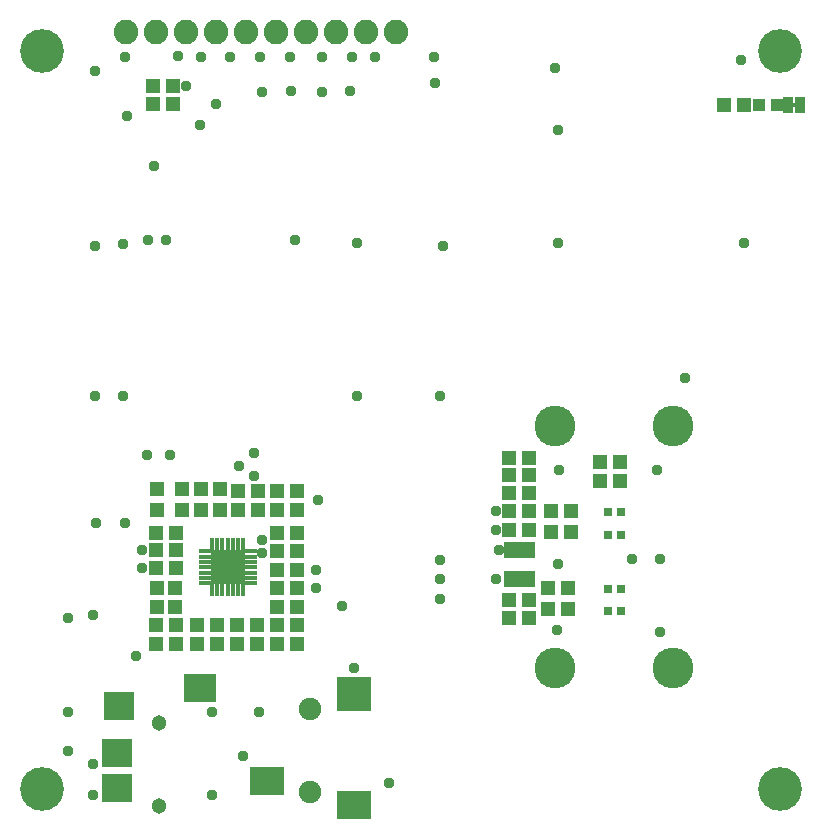
<source format=gbr>
G04 EAGLE Gerber RS-274X export*
G75*
%MOMM*%
%FSLAX34Y34*%
%LPD*%
%INSoldermask Top*%
%IPPOS*%
%AMOC8*
5,1,8,0,0,1.08239X$1,22.5*%
G01*
%ADD10C,3.703200*%
%ADD11C,3.453200*%
%ADD12R,1.303200X1.203200*%
%ADD13R,1.003200X1.003200*%
%ADD14R,0.838200X1.473200*%
%ADD15C,2.082800*%
%ADD16R,0.803200X0.743200*%
%ADD17R,0.453200X1.003200*%
%ADD18R,1.003200X0.453200*%
%ADD19R,2.903200X2.903200*%
%ADD20R,1.203200X1.303200*%
%ADD21C,1.903200*%
%ADD22R,3.003200X2.403200*%
%ADD23R,3.003200X3.003200*%
%ADD24R,1.203200X1.223200*%
%ADD25R,0.653200X1.403200*%
%ADD26R,2.503200X2.403200*%
%ADD27R,2.703200X2.403200*%
%ADD28C,1.303200*%
%ADD29C,0.959600*%

G36*
X676970Y614607D02*
X676970Y614607D01*
X677036Y614609D01*
X677079Y614627D01*
X677126Y614635D01*
X677183Y614669D01*
X677243Y614694D01*
X677278Y614725D01*
X677319Y614750D01*
X677361Y614801D01*
X677409Y614845D01*
X677431Y614887D01*
X677460Y614924D01*
X677481Y614986D01*
X677512Y615045D01*
X677520Y615099D01*
X677532Y615136D01*
X677531Y615176D01*
X677539Y615230D01*
X677539Y617770D01*
X677528Y617835D01*
X677526Y617901D01*
X677508Y617944D01*
X677500Y617991D01*
X677466Y618048D01*
X677441Y618108D01*
X677410Y618143D01*
X677385Y618184D01*
X677334Y618226D01*
X677290Y618274D01*
X677248Y618296D01*
X677211Y618325D01*
X677149Y618346D01*
X677090Y618377D01*
X677036Y618385D01*
X676999Y618397D01*
X676959Y618396D01*
X676905Y618404D01*
X673095Y618404D01*
X673030Y618393D01*
X672964Y618391D01*
X672921Y618373D01*
X672874Y618365D01*
X672817Y618331D01*
X672757Y618306D01*
X672722Y618275D01*
X672681Y618250D01*
X672640Y618199D01*
X672591Y618155D01*
X672569Y618113D01*
X672540Y618076D01*
X672519Y618014D01*
X672488Y617955D01*
X672480Y617901D01*
X672468Y617864D01*
X672468Y617861D01*
X672469Y617824D01*
X672461Y617770D01*
X672461Y615230D01*
X672472Y615165D01*
X672474Y615099D01*
X672492Y615056D01*
X672500Y615009D01*
X672534Y614952D01*
X672559Y614892D01*
X672590Y614857D01*
X672615Y614816D01*
X672666Y614775D01*
X672710Y614726D01*
X672752Y614704D01*
X672789Y614675D01*
X672851Y614654D01*
X672910Y614623D01*
X672964Y614615D01*
X673001Y614603D01*
X673041Y614604D01*
X673095Y614596D01*
X676905Y614596D01*
X676970Y614607D01*
G37*
D10*
X37500Y662500D03*
X662500Y662500D03*
X662500Y37500D03*
X37500Y37500D03*
D11*
X472500Y140000D03*
X572500Y140000D03*
X572500Y345000D03*
X472500Y345000D03*
D12*
X632000Y616500D03*
X615000Y616500D03*
D13*
X660000Y616500D03*
X645000Y616500D03*
D14*
X680080Y616500D03*
X669920Y616500D03*
D15*
X108900Y678000D03*
X134300Y678000D03*
X159700Y678000D03*
X185100Y678000D03*
X210500Y678000D03*
X235900Y678000D03*
X261300Y678000D03*
X286700Y678000D03*
X312100Y678000D03*
X337500Y678000D03*
D16*
X517250Y272150D03*
X517250Y252850D03*
X527750Y252850D03*
X527750Y272150D03*
D12*
X527500Y314000D03*
X510500Y314000D03*
X527500Y298500D03*
X510500Y298500D03*
X486000Y272500D03*
X469000Y272500D03*
X486000Y255000D03*
X469000Y255000D03*
X433000Y288000D03*
X450000Y288000D03*
X450000Y303000D03*
X433000Y303000D03*
X433000Y318000D03*
X450000Y318000D03*
X450000Y272500D03*
X433000Y272500D03*
X450000Y257000D03*
X433000Y257000D03*
D16*
X517250Y207150D03*
X517250Y187850D03*
X527750Y187850D03*
X527750Y207150D03*
D12*
X483500Y207500D03*
X466500Y207500D03*
X483500Y190000D03*
X466500Y190000D03*
X450000Y182500D03*
X433000Y182500D03*
X450000Y197500D03*
X433000Y197500D03*
D17*
X208500Y244500D03*
X204000Y244500D03*
X199500Y244500D03*
X195000Y244500D03*
X190500Y244500D03*
X186000Y244500D03*
X181500Y244500D03*
D18*
X175500Y238500D03*
X175500Y234000D03*
X175500Y229500D03*
X175500Y225000D03*
X175500Y220500D03*
X175500Y216000D03*
X175500Y211500D03*
D17*
X181500Y205500D03*
X186000Y205500D03*
X190500Y205500D03*
X195000Y205500D03*
X199500Y205500D03*
X204000Y205500D03*
X208500Y205500D03*
D18*
X214500Y211500D03*
X214500Y216000D03*
X214500Y220500D03*
X214500Y225000D03*
X214500Y229500D03*
X214500Y234000D03*
X214500Y238500D03*
D19*
X195000Y225000D03*
D12*
X203000Y176000D03*
X220000Y176000D03*
X169000Y176000D03*
X186000Y176000D03*
X151500Y176000D03*
X134500Y176000D03*
X236500Y176000D03*
X253500Y176000D03*
X237000Y273500D03*
X254000Y273500D03*
X204000Y273500D03*
X221000Y273500D03*
X204000Y290000D03*
X221000Y290000D03*
X237000Y290000D03*
X254000Y290000D03*
X151500Y160000D03*
X134500Y160000D03*
X169000Y160000D03*
X186000Y160000D03*
X203000Y160000D03*
X220000Y160000D03*
X236500Y160000D03*
X253500Y160000D03*
X151500Y254500D03*
X134500Y254500D03*
X254000Y254500D03*
X237000Y254500D03*
D20*
X188500Y291000D03*
X188500Y274000D03*
X172500Y291000D03*
X172500Y274000D03*
X156500Y291000D03*
X156500Y274000D03*
X135000Y291000D03*
X135000Y274000D03*
D21*
X265000Y35000D03*
D22*
X228000Y44000D03*
X302000Y24000D03*
D23*
X302000Y118000D03*
D21*
X265000Y105000D03*
D12*
X134500Y239500D03*
X151500Y239500D03*
X134500Y224500D03*
X151500Y224500D03*
D24*
X150590Y191500D03*
X135410Y191500D03*
X150590Y207500D03*
X135410Y207500D03*
D12*
X237000Y191750D03*
X254000Y191750D03*
X254000Y239000D03*
X237000Y239000D03*
X148500Y632500D03*
X131500Y632500D03*
X148500Y617500D03*
X131500Y617500D03*
D25*
X432750Y215000D03*
X439250Y215000D03*
X445750Y215000D03*
X452250Y215000D03*
X452250Y240000D03*
X445750Y240000D03*
X439250Y240000D03*
X432750Y240000D03*
D12*
X237000Y222500D03*
X254000Y222500D03*
X237000Y207500D03*
X254000Y207500D03*
D26*
X101500Y38000D03*
X101500Y68000D03*
X103500Y108000D03*
D27*
X171500Y123000D03*
D28*
X137000Y23000D03*
X137000Y93000D03*
D29*
X117500Y150000D03*
X204500Y311000D03*
X472500Y647500D03*
X425000Y240000D03*
X537500Y232500D03*
X82500Y645000D03*
X82500Y497500D03*
X82500Y370000D03*
X84000Y263000D03*
X582500Y385000D03*
X632500Y500000D03*
X630000Y655000D03*
X108500Y657500D03*
X172500Y657500D03*
X197500Y657500D03*
X222500Y657500D03*
X247500Y657500D03*
X275000Y657500D03*
X300000Y657500D03*
X375000Y215000D03*
X375000Y231500D03*
X476000Y307500D03*
X375000Y198000D03*
X377500Y497500D03*
X375000Y370000D03*
X370000Y657500D03*
X475000Y500000D03*
X475000Y595000D03*
X474000Y172000D03*
X561000Y170000D03*
X561000Y232500D03*
X558500Y307500D03*
X422000Y272500D03*
X305000Y500000D03*
X305000Y370000D03*
X252500Y502500D03*
X142500Y502500D03*
X127500Y502500D03*
X153000Y658000D03*
X275000Y627500D03*
X299000Y628500D03*
X249000Y628500D03*
X224000Y627500D03*
X172000Y599500D03*
X133000Y564500D03*
X126500Y320500D03*
X146500Y320500D03*
X217500Y321500D03*
X271500Y282500D03*
X291500Y192500D03*
X221500Y102500D03*
X181500Y102500D03*
X59500Y102500D03*
X181500Y32500D03*
X81500Y32500D03*
X331500Y42500D03*
X320000Y657500D03*
X475000Y228000D03*
X81500Y58500D03*
X81500Y184500D03*
X59500Y182500D03*
X59500Y69500D03*
X217500Y302500D03*
X187000Y217000D03*
X204000Y217000D03*
X204000Y233000D03*
X187000Y233000D03*
X108000Y263000D03*
X106500Y370000D03*
X106500Y498500D03*
X109500Y607000D03*
X371000Y635500D03*
X224500Y248500D03*
X185000Y617500D03*
X122500Y224500D03*
X302000Y140000D03*
X122500Y239500D03*
X208000Y65000D03*
X422500Y215000D03*
X270000Y207500D03*
X224500Y237000D03*
X160000Y632500D03*
X422000Y257000D03*
X270000Y222500D03*
M02*

</source>
